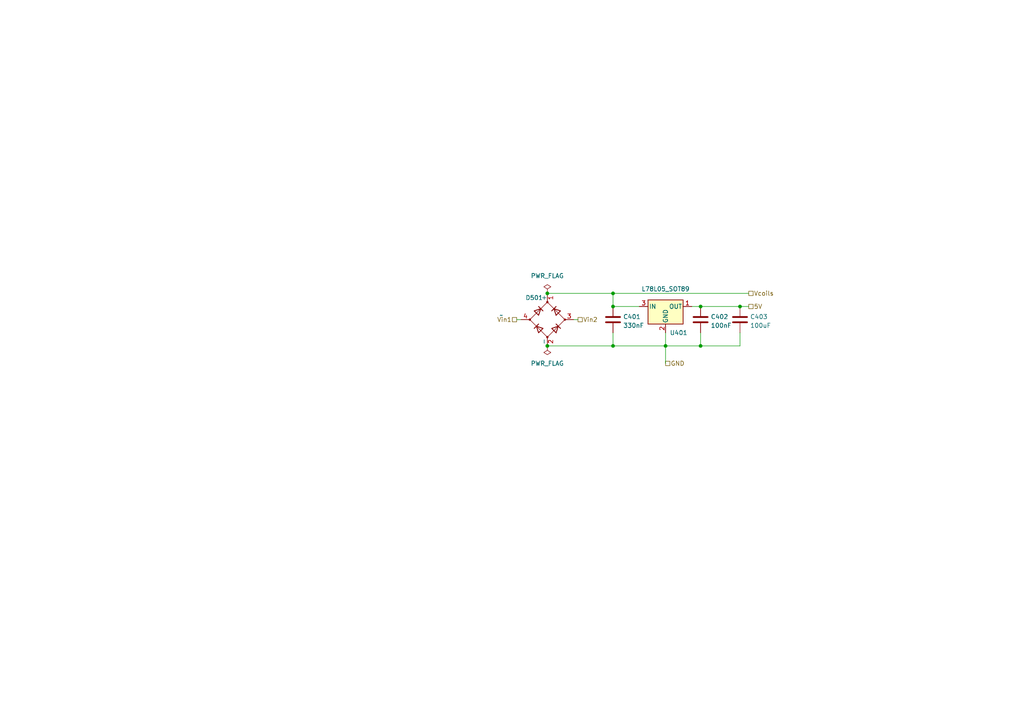
<source format=kicad_sch>
(kicad_sch (version 20230121) (generator eeschema)
  (paper "A4")
  (lib_symbols
    (symbol "Device:C" (pin_numbers hide) (pin_names (offset 0.254))
      (property "Reference" "C" (at 0.635 2.54 0))
      (property "Value" "C" (at 0.635 -2.54 0))
      (symbol "C_0_1"
        (polyline (pts (xy -2.032 -0.762) (xy 2.032 -0.762)) (stroke (width 0.508)))
        (polyline (pts (xy -2.032 0.762) (xy 2.032 0.762)) (stroke (width 0.508)))
      )
      (symbol "C_1_1"
        (pin passive line (at 0 3.81 270) (length 2.794) (name "~") (number "1"))
        (pin passive line (at 0 -3.81 90) (length 2.794) (name "~") (number "2"))
      )
    )
    (symbol "Device:D_Bridge_+-AA" (pin_names (offset 0))
      (property "Reference" "D" (at 2.54 6.985 0))
      (property "Value" "D_Bridge_+-AA" (at 2.54 5.08 0))
      (symbol "D_Bridge_+-AA_0_1"
        (circle (center -5.08 0) (radius 0.254) (fill (type outline)))
        (circle (center 0 -5.08) (radius 0.254) (fill (type outline)))
        (polyline (pts (xy -2.54 3.81) (xy -1.27 2.54)) (stroke (width 0.254)))
        (polyline (pts (xy -1.27 -2.54) (xy -2.54 -3.81)) (stroke (width 0.254)))
        (polyline (pts (xy 2.54 -1.27) (xy 3.81 -2.54)) (stroke (width 0.254)))
        (polyline (pts (xy 2.54 1.27) (xy 3.81 2.54)) (stroke (width 0.254)))
        (polyline (pts (xy -3.81 2.54) (xy -2.54 1.27) (xy -1.905 3.175) (xy -3.81 2.54)) (stroke (width 0.254)))
        (polyline (pts (xy -2.54 -1.27) (xy -3.81 -2.54) (xy -1.905 -3.175) (xy -2.54 -1.27)) (stroke (width 0.254)))
        (polyline (pts (xy 1.27 2.54) (xy 2.54 3.81) (xy 3.175 1.905) (xy 1.27 2.54)) (stroke (width 0.254)))
        (polyline (pts (xy 3.175 -1.905) (xy 1.27 -2.54) (xy 2.54 -3.81) (xy 3.175 -1.905)) (stroke (width 0.254)))
        (polyline (pts (xy -5.08 0) (xy 0 -5.08) (xy 5.08 0) (xy 0 5.08) (xy -5.08 0)))
        (circle (center 0 5.08) (radius 0.254) (fill (type outline)))
        (circle (center 5.08 0) (radius 0.254) (fill (type outline)))
      )
      (symbol "D_Bridge_+-AA_1_1"
        (pin passive line (at 7.62 0 180) (length 2.54) (name "+") (number "1"))
        (pin passive line (at -7.62 0 0) (length 2.54) (name "-") (number "2"))
        (pin passive line (at 0 7.62 270) (length 2.54) (name "~") (number "3"))
        (pin passive line (at 0 -7.62 90) (length 2.54) (name "~") (number "4"))
      )
    )
    (symbol "Regulator_Linear:L78L05_SOT89" (pin_names (offset 0.254))
      (property "Reference" "U" (at -3.81 3.175 0))
      (property "Value" "L78L05_SOT89" (at -0.635 3.175 0))
      (symbol "L78L05_SOT89_0_1"
        (rectangle (start -5.08 1.905) (end 5.08 -5.08) (stroke (width 0.254)) (fill (type background)))
      )
      (symbol "L78L05_SOT89_1_1"
        (pin power_out line (at 7.62 0 180) (length 2.54) (name "OUT") (number "1"))
        (pin power_in line (at 0 -7.62 90) (length 2.54) (name "GND") (number "2"))
        (pin power_in line (at -7.62 0 0) (length 2.54) (name "IN") (number "3"))
      )
    )
    (symbol "power:PWR_FLAG" (power) (pin_numbers hide) (pin_names (offset 0) hide)
      (property "Value" "PWR_FLAG" (at 0 3.81 0))
      (symbol "PWR_FLAG_0_0"
        (pin power_out line (at 0 0 90) (length 0) (name "pwr") (number "1"))
      )
      (symbol "PWR_FLAG_0_1"
        (polyline (pts (xy 0 0) (xy 0 1.27) (xy -1.016 1.905) (xy 0 2.54) (xy 1.016 1.905) (xy 0 1.27)))
      )
    )
  )
  (junction (at 203.2 88.9))
  (junction (at 158.75 100.33))
  (junction (at 214.63 88.9))
  (junction (at 177.8 85.09))
  (junction (at 177.8 88.9))
  (junction (at 158.75 85.09))
  (junction (at 193.04 100.33))
  (junction (at 177.8 100.33))
  (junction (at 203.2 100.33))
  (wire (pts (xy 177.8 88.9) (xy 185.42 88.9)))
  (wire (pts (xy 203.2 100.33) (xy 214.63 100.33)))
  (wire (pts (xy 203.2 96.52) (xy 203.2 100.33)))
  (wire (pts (xy 217.17 85.09) (xy 177.8 85.09)))
  (wire (pts (xy 177.8 100.33) (xy 193.04 100.33)))
  (wire (pts (xy 214.63 96.52) (xy 214.63 100.33)))
  (wire (pts (xy 177.8 85.09) (xy 177.8 88.9)))
  (wire (pts (xy 214.63 88.9) (xy 217.17 88.9)))
  (wire (pts (xy 177.8 96.52) (xy 177.8 100.33)))
  (wire (pts (xy 149.86 92.71) (xy 151.13 92.71)))
  (wire (pts (xy 167.64 92.71) (xy 166.37 92.71)))
  (wire (pts (xy 158.75 85.09) (xy 177.8 85.09)))
  (wire (pts (xy 193.04 96.52) (xy 193.04 100.33)))
  (wire (pts (xy 158.75 100.33) (xy 177.8 100.33)))
  (wire (pts (xy 193.04 100.33) (xy 203.2 100.33)))
  (wire (pts (xy 200.66 88.9) (xy 203.2 88.9)))
  (wire (pts (xy 193.04 100.33) (xy 193.04 105.41)))
  (wire (pts (xy 203.2 88.9) (xy 214.63 88.9)))
  (hierarchical_label "Vin2" (shape passive) (at 167.64 92.71 0))
  (hierarchical_label "Vin1" (shape passive) (at 149.86 92.71 180))
  (hierarchical_label "GND" (shape passive) (at 193.04 105.41 0))
  (hierarchical_label "Vcoils" (shape passive) (at 217.17 85.09 0))
  (hierarchical_label "5V" (shape passive) (at 217.17 88.9 0))
  (symbol (lib_id "Device:C") (at 203.2 92.71 0) (unit 1)
    (property "Reference" "C402" (at 206.121 91.8753 0) (effects (justify left)))
    (property "Value" "100nF" (at 206.121 94.4122 0) (effects (justify left)))
    (property "Footprint" "Capacitor_SMD:C_0603_1608Metric_Pad1.08x0.95mm_HandSolder" (effects hide))
    (property "JLCPCB Part#" "C14663" (effects hide))
  )
  (symbol (lib_id "Regulator_Linear:L78L05_SOT89") (at 193.04 88.9 0) (unit 1)
    (property "Reference" "U401" (at 196.85 96.52 0))
    (property "Value" "L78L05_SOT89" (at 193.04 83.82 0))
    (property "Footprint" "Package_TO_SOT_SMD:SOT-89-3" (effects hide))
    (property "Datasheet" "http://www.st.com/content/ccc/resource/technical/document/datasheet/15/55/e5/aa/23/5b/43/fd/CD00000446.pdf/files/CD00000446.pdf/jcr:content/translations/en.CD00000446.pdf" (effects hide))
    (property "JLCPCB Part#" "C71136" (effects hide))
  )
  (symbol (lib_id "Device:D_Bridge_+-AA") (at 158.75 92.71 270) (mirror x) (unit 1)
    (property "Reference" "D501" (at 154.94 86.36 90))
    (property "Value" "~" (at 145.4142 91.4202 90))
    (property "Footprint" "Diode_SMD:Diode_Bridge_Diotec_SO-DIL-Slim" (effects hide))
    (property "JLCPCB Part#" "C2826463" (effects hide))
    (instances (project "solenoidDecoder" (path "" (reference "D501") (unit 1)) (path "" (reference "D3") (unit 1)) (path "" (reference "D2") (unit 1))))
  )
  (symbol (lib_id "power:PWR_FLAG") (at 158.75 85.09 0) (unit 1)
    (property "Reference" "#FLG01" (effects hide))
    (property "Value" "PWR_FLAG" (at 158.75 80.01 0))
  )
  (symbol (lib_id "Device:C") (at 177.8 92.71 0) (unit 1)
    (property "Reference" "C401" (at 180.721 91.8753 0) (effects (justify left)))
    (property "Value" "330nF" (at 180.721 94.4122 0) (effects (justify left)))
    (property "Footprint" "Capacitor_SMD:C_0603_1608Metric_Pad1.08x0.95mm_HandSolder" (effects hide))
    (property "JLCPCB Part#" "C1615" (effects hide))
  )
  (symbol (lib_id "Device:C") (at 214.63 92.71 0) (unit 1)
    (property "Reference" "C403" (at 217.551 91.8753 0) (effects (justify left)))
    (property "Value" "100uF" (at 217.551 94.4122 0) (effects (justify left)))
    (property "Footprint" "Capacitor_SMD:C_1206_3216Metric_Pad1.33x1.80mm_HandSolder" (effects hide))
    (property "JLCPCB Part#" "C15008" (effects hide))
  )
  (symbol (lib_id "power:PWR_FLAG") (at 158.75 100.33 180) (unit 1)
    (property "Reference" "#FLG02" (effects hide))
    (property "Value" "PWR_FLAG" (at 158.75 105.41 0))
  )
)
</source>
